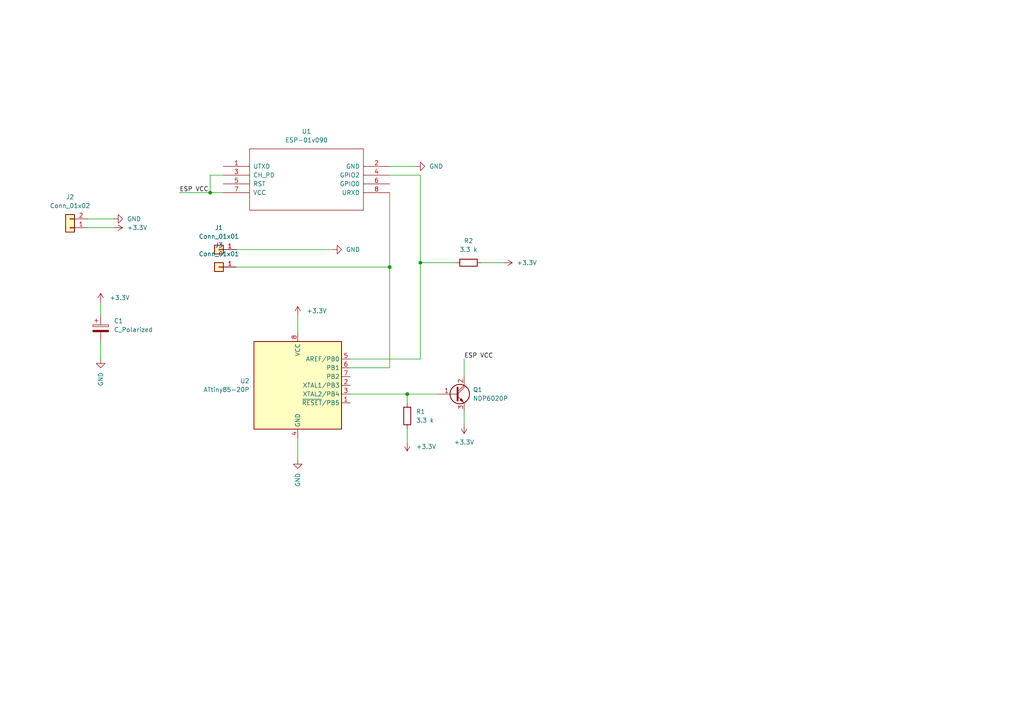
<source format=kicad_sch>
(kicad_sch (version 20211123) (generator eeschema)
  (paper "A4")
  (lib_symbols
    (symbol "Connector_Generic:Conn_01x01" (pin_names (offset 1.016) hide)
      (property "Reference" "J" (at 0 2.54 0))
      (property "Value" "Conn_01x01" (at 0 -2.54 0))
      (symbol "Conn_01x01_1_1"
        (rectangle (start -1.27 0.127) (end 0 -0.127) (stroke (width 0.1524)))
        (rectangle (start -1.27 1.27) (end 1.27 -1.27) (stroke (width 0.254)) (fill (type background)))
        (pin passive line (at -5.08 0 0) (length 3.81) (name "Pin_1") (number "1"))
      )
    )
    (symbol "Connector_Generic:Conn_01x02" (pin_names (offset 1.016) hide)
      (property "Reference" "J" (at 0 2.54 0))
      (property "Value" "Conn_01x02" (at 0 -5.08 0))
      (symbol "Conn_01x02_1_1"
        (rectangle (start -1.27 -2.413) (end 0 -2.667) (stroke (width 0.1524)))
        (rectangle (start -1.27 0.127) (end 0 -0.127) (stroke (width 0.1524)))
        (rectangle (start -1.27 1.27) (end 1.27 -3.81) (stroke (width 0.254)) (fill (type background)))
        (pin passive line (at -5.08 0 0) (length 3.81) (name "Pin_1") (number "1"))
        (pin passive line (at -5.08 -2.54 0) (length 3.81) (name "Pin_2") (number "2"))
      )
    )
    (symbol "Device:C_Polarized" (pin_numbers hide) (pin_names (offset 0.254))
      (property "Reference" "C" (at 0.635 2.54 0))
      (property "Value" "C_Polarized" (at 0.635 -2.54 0))
      (symbol "C_Polarized_0_1"
        (rectangle (start -2.286 0.508) (end 2.286 1.016))
        (polyline (pts (xy -1.778 2.286) (xy -0.762 2.286)))
        (polyline (pts (xy -1.27 2.794) (xy -1.27 1.778)))
        (rectangle (start 2.286 -0.508) (end -2.286 -1.016) (fill (type outline)))
      )
      (symbol "C_Polarized_1_1"
        (pin passive line (at 0 3.81 270) (length 2.794) (name "~") (number "1"))
        (pin passive line (at 0 -3.81 90) (length 2.794) (name "~") (number "2"))
      )
    )
    (symbol "Device:R" (pin_numbers hide) (pin_names (offset 0))
      (property "Reference" "R" (at 2.032 0 90))
      (property "Value" "R" (at 0 0 90))
      (symbol "R_0_1"
        (rectangle (start -1.016 -2.54) (end 1.016 2.54) (stroke (width 0.254)))
      )
      (symbol "R_1_1"
        (pin passive line (at 0 3.81 270) (length 1.27) (name "~") (number "1"))
        (pin passive line (at 0 -3.81 90) (length 1.27) (name "~") (number "2"))
      )
    )
    (symbol "ESP:ESP-01v090" (pin_names (offset 1.016))
      (property "Reference" "U" (at 0 -2.54 0))
      (property "Value" "ESP-01v090" (at 0 2.54 0))
      (symbol "ESP-01v090_1_0"
        (rectangle (start -16.51 -8.89) (end 16.51 8.89))
      )
      (symbol "ESP-01v090_1_1"
        (pin output line (at -24.13 3.81 0) (length 7.62) (name "UTXD") (number "1"))
        (pin power_in line (at 24.13 3.81 180) (length 7.62) (name "GND") (number "2"))
        (pin input line (at -24.13 1.27 0) (length 7.62) (name "CH_PD") (number "3"))
        (pin tri_state line (at 24.13 1.27 180) (length 7.62) (name "GPIO2") (number "4"))
        (pin input line (at -24.13 -1.27 0) (length 7.62) (name "RST") (number "5"))
        (pin tri_state line (at 24.13 -1.27 180) (length 7.62) (name "GPIO0") (number "6"))
        (pin power_in line (at -24.13 -3.81 0) (length 7.62) (name "VCC") (number "7"))
        (pin input line (at 24.13 -3.81 180) (length 7.62) (name "URXD") (number "8"))
      )
    )
    (symbol "MCU_Microchip_ATtiny:ATtiny85-20P"
      (property "Reference" "U" (at -12.7 13.97 0))
      (property "Value" "ATtiny85-20P" (at 2.54 -13.97 0))
      (symbol "ATtiny85-20P_0_1"
        (rectangle (start -12.7 -12.7) (end 12.7 12.7) (stroke (width 0.254)) (fill (type background)))
      )
      (symbol "ATtiny85-20P_1_1"
        (pin bidirectional line (at 15.24 -5.08 180) (length 2.54) (name "~{RESET}/PB5") (number "1"))
        (pin bidirectional line (at 15.24 0 180) (length 2.54) (name "XTAL1/PB3") (number "2"))
        (pin bidirectional line (at 15.24 -2.54 180) (length 2.54) (name "XTAL2/PB4") (number "3"))
        (pin power_in line (at 0 -15.24 90) (length 2.54) (name "GND") (number "4"))
        (pin bidirectional line (at 15.24 7.62 180) (length 2.54) (name "AREF/PB0") (number "5"))
        (pin bidirectional line (at 15.24 5.08 180) (length 2.54) (name "PB1") (number "6"))
        (pin bidirectional line (at 15.24 2.54 180) (length 2.54) (name "PB2") (number "7"))
        (pin power_in line (at 0 15.24 270) (length 2.54) (name "VCC") (number "8"))
      )
    )
    (symbol "Transistor_BJT:BDW93C" (pin_names (offset 0) hide)
      (property "Reference" "Q" (at 5.08 1.905 0))
      (property "Value" "BDW93C" (at 5.08 0 0))
      (symbol "BDW93C_0_1"
        (polyline (pts (xy 0.635 0.635) (xy 2.54 2.54)))
        (polyline (pts (xy 0.635 -0.635) (xy 2.54 -2.54) (xy 2.54 -2.54)))
        (polyline (pts (xy 0.635 0) (xy 2.54 1.905) (xy 2.54 2.54)))
        (polyline (pts (xy 0.635 1.905) (xy 0.635 -1.905) (xy 0.635 -1.905)) (stroke (width 0.508)))
        (polyline (pts (xy 1.27 -1.778) (xy 1.778 -1.27) (xy 2.286 -2.286) (xy 1.27 -1.778) (xy 1.27 -1.778)) (fill (type outline)))
        (circle (center 1.27 0) (radius 2.8194) (stroke (width 0.254)))
      )
      (symbol "BDW93C_1_1"
        (polyline (pts (xy 0 0) (xy 0.508 0)))
        (pin input line (at -5.08 0 0) (length 5.08) (name "B") (number "1"))
        (pin passive line (at 2.54 5.08 270) (length 2.54) (name "C") (number "2"))
        (pin passive line (at 2.54 -5.08 90) (length 2.54) (name "E") (number "3"))
      )
    )
    (symbol "power:+3.3V" (power) (pin_names (offset 0))
      (property "Value" "+3.3V" (at 0 3.556 0))
      (symbol "+3.3V_0_1"
        (polyline (pts (xy -0.762 1.27) (xy 0 2.54)))
        (polyline (pts (xy 0 0) (xy 0 2.54)))
        (polyline (pts (xy 0 2.54) (xy 0.762 1.27)))
      )
      (symbol "+3.3V_1_1"
        (pin power_in line (at 0 0 90) (length 0) hide (name "+3.3V") (number "1"))
      )
    )
    (symbol "power:GND" (power) (pin_names (offset 0))
      (property "Value" "GND" (at 0 -3.81 0))
      (symbol "GND_0_1"
        (polyline (pts (xy 0 0) (xy 0 -1.27) (xy 1.27 -1.27) (xy 0 -2.54) (xy -1.27 -1.27) (xy 0 -1.27)))
      )
      (symbol "GND_1_1"
        (pin power_in line (at 0 0 270) (length 0) hide (name "GND") (number "1"))
      )
    )
  )
  (junction (at 118.11 114.3))
  (junction (at 113.03 77.47))
  (junction (at 60.96 55.88))
  (junction (at 121.92 76.2))
  (wire (pts (xy 113.03 77.47) (xy 113.03 106.68)))
  (wire (pts (xy 113.03 55.88) (xy 113.03 77.47)))
  (wire (pts (xy 118.11 114.3) (xy 118.11 116.84)))
  (wire (pts (xy 86.36 91.44) (xy 86.36 96.52)))
  (wire (pts (xy 25.4 63.5) (xy 33.02 63.5)))
  (wire (pts (xy 121.92 104.14) (xy 101.6 104.14)))
  (wire (pts (xy 134.62 104.14) (xy 134.62 109.22)))
  (wire (pts (xy 60.96 50.8) (xy 60.96 55.88)))
  (wire (pts (xy 118.11 114.3) (xy 127 114.3)))
  (wire (pts (xy 64.77 50.8) (xy 60.96 50.8)))
  (wire (pts (xy 101.6 114.3) (xy 118.11 114.3)))
  (wire (pts (xy 113.03 48.26) (xy 120.65 48.26)))
  (wire (pts (xy 113.03 50.8) (xy 121.92 50.8)))
  (wire (pts (xy 118.11 124.46) (xy 118.11 128.27)))
  (wire (pts (xy 29.21 99.06) (xy 29.21 104.14)))
  (wire (pts (xy 68.58 72.39) (xy 96.52 72.39)))
  (wire (pts (xy 121.92 76.2) (xy 132.08 76.2)))
  (wire (pts (xy 52.07 55.88) (xy 60.96 55.88)))
  (wire (pts (xy 68.58 77.47) (xy 113.03 77.47)))
  (wire (pts (xy 134.62 119.38) (xy 134.62 123.19)))
  (wire (pts (xy 60.96 55.88) (xy 64.77 55.88)))
  (wire (pts (xy 139.7 76.2) (xy 146.05 76.2)))
  (wire (pts (xy 29.21 87.63) (xy 29.21 91.44)))
  (wire (pts (xy 121.92 50.8) (xy 121.92 76.2)))
  (wire (pts (xy 113.03 106.68) (xy 101.6 106.68)))
  (wire (pts (xy 25.4 66.04) (xy 33.02 66.04)))
  (wire (pts (xy 121.92 76.2) (xy 121.92 104.14)))
  (wire (pts (xy 86.36 127) (xy 86.36 133.35)))
  (label "ESP VCC" (at 134.62 104.14 0))
  (label "ESP VCC" (at 52.07 55.88 0))
  (symbol (lib_id "Connector_Generic:Conn_01x01") (at 63.5 77.47 180) (unit 1)
    (property "Reference" "J3" (at 63.5 71.12 0))
    (property "Value" "Conn_01x01" (at 63.5 73.66 0))
    (property "Footprint" "Connector_Wire:SolderWire-0.75sqmm_1x01_D1.25mm_OD2.3mm" (effects hide))
  )
  (symbol (lib_id "MCU_Microchip_ATtiny:ATtiny85-20P") (at 86.36 111.76 0) (unit 1)
    (property "Reference" "U2" (at 72.39 110.4899 0) (effects (justify right)))
    (property "Value" "ATtiny85-20P" (at 72.39 113.0299 0) (effects (justify right)))
    (property "Footprint" "Package_DIP:DIP-8_W7.62mm" (effects hide))
    (property "Datasheet" "http://ww1.microchip.com/downloads/en/DeviceDoc/atmel-2586-avr-8-bit-microcontroller-attiny25-attiny45-attiny85_datasheet.pdf" (effects hide))
  )
  (symbol (lib_id "Connector_Generic:Conn_01x01") (at 63.5 72.39 180) (unit 1)
    (property "Reference" "J1" (at 63.5 66.04 0))
    (property "Value" "Conn_01x01" (at 63.5 68.58 0))
    (property "Footprint" "Connector_Wire:SolderWire-0.75sqmm_1x01_D1.25mm_OD2.3mm" (effects hide))
  )
  (symbol (lib_id "power:+3.3V") (at 86.36 91.44 0) (unit 1)
    (property "Reference" "#PWR0104" (effects hide))
    (property "Value" "+3.3V" (at 88.9 90.1699 0) (effects (justify left)))
  )
  (symbol (lib_id "Device:C_Polarized") (at 29.21 95.25 0) (unit 1)
    (property "Reference" "C1" (at 33.02 93.0909 0) (effects (justify left)))
    (property "Value" "C_Polarized" (at 33.02 95.6309 0) (effects (justify left)))
    (property "Footprint" "Capacitor_THT:CP_Radial_D6.3mm_P2.50mm" (effects hide))
  )
  (symbol (lib_id "ESP:ESP-01v090") (at 88.9 52.07 0) (unit 1)
    (property "Reference" "U1" (at 88.9 38.1 0))
    (property "Value" "ESP-01v090" (at 88.9 40.64 0))
    (property "Footprint" "ESP:ESP-01" (effects hide))
    (property "Datasheet" "http://l0l.org.uk/2014/12/esp8266-modules-hardware-guide-gotta-catch-em-all/" (effects hide))
  )
  (symbol (lib_id "Device:R") (at 135.89 76.2 270) (unit 1)
    (property "Reference" "R2" (at 135.89 69.85 90))
    (property "Value" "3.3 k" (at 135.89 72.39 90))
    (property "Footprint" "Resistor_THT:R_Axial_DIN0207_L6.3mm_D2.5mm_P7.62mm_Horizontal" (effects hide))
  )
  (symbol (lib_id "power:GND") (at 33.02 63.5 90) (unit 1)
    (property "Reference" "#PWR0111" (effects hide))
    (property "Value" "GND" (at 36.83 63.4999 90) (effects (justify right)))
  )
  (symbol (lib_id "power:GND") (at 120.65 48.26 90) (unit 1)
    (property "Reference" "#PWR0103" (effects hide))
    (property "Value" "GND" (at 124.46 48.2599 90) (effects (justify right)))
  )
  (symbol (lib_id "power:+3.3V") (at 134.62 123.19 180) (unit 1)
    (property "Reference" "#PWR0107" (effects hide))
    (property "Value" "+3.3V" (at 134.62 128.27 0))
  )
  (symbol (lib_id "power:+3.3V") (at 58.42 -11.43 0) (unit 1)
    (property "Reference" "#PWR0101" (effects hide))
    (property "Value" "+3.3V" (at 58.42 -15.24 0))
  )
  (symbol (lib_id "power:+3.3V") (at 33.02 66.04 270) (unit 1)
    (property "Reference" "#PWR0112" (effects hide))
    (property "Value" "+3.3V" (at 36.83 66.0399 90) (effects (justify left)))
  )
  (symbol (lib_id "Connector_Generic:Conn_01x02") (at 20.32 66.04 180) (unit 1)
    (property "Reference" "J2" (at 20.32 57.15 0))
    (property "Value" "Conn_01x02" (at 20.32 59.69 0))
    (property "Footprint" "Connector_Wire:SolderWire-0.75sqmm_1x02_P7mm_D1.25mm_OD3.5mm" (effects hide))
  )
  (symbol (lib_id "Transistor_BJT:BDW93C") (at 132.08 114.3 0) (unit 1)
    (property "Reference" "Q1" (at 137.16 113.0299 0) (effects (justify left)))
    (property "Value" "NDP6020P" (at 137.16 115.5699 0) (effects (justify left)))
    (property "Footprint" "Package_TO_SOT_THT:TO-220-3_Vertical" (effects hide))
    (property "Datasheet" "https://www.onsemi.com/pub/Collateral/BDW93C-D.pdf" (effects hide))
  )
  (symbol (lib_id "power:+3.3V") (at 118.11 128.27 180) (unit 1)
    (property "Reference" "#PWR0102" (effects hide))
    (property "Value" "+3.3V" (at 120.65 129.5399 0) (effects (justify right)))
  )
  (symbol (lib_id "power:GND") (at 29.21 104.14 0) (unit 1)
    (property "Reference" "#PWR0110" (effects hide))
    (property "Value" "GND" (at 29.2101 107.95 90) (effects (justify right)))
  )
  (symbol (lib_id "power:GND") (at 96.52 72.39 90) (unit 1)
    (property "Reference" "#PWR0108" (effects hide))
    (property "Value" "GND" (at 100.33 72.3899 90) (effects (justify right)))
  )
  (symbol (lib_id "power:+3.3V") (at 29.21 87.63 0) (unit 1)
    (property "Reference" "#PWR0109" (effects hide))
    (property "Value" "+3.3V" (at 31.75 86.3599 0) (effects (justify left)))
  )
  (symbol (lib_id "Device:R") (at 118.11 120.65 0) (unit 1)
    (property "Reference" "R1" (at 120.65 119.3799 0) (effects (justify left)))
    (property "Value" "3.3 k" (at 120.65 121.9199 0) (effects (justify left)))
    (property "Footprint" "Resistor_THT:R_Axial_DIN0207_L6.3mm_D2.5mm_P7.62mm_Horizontal" (effects hide))
  )
  (symbol (lib_id "power:+3.3V") (at 146.05 76.2 270) (unit 1)
    (property "Reference" "#PWR0106" (effects hide))
    (property "Value" "+3.3V" (at 149.86 76.1999 90) (effects (justify left)))
  )
  (symbol (lib_id "power:GND") (at 86.36 133.35 0) (unit 1)
    (property "Reference" "#PWR0105" (effects hide))
    (property "Value" "GND" (at 86.3601 137.16 90) (effects (justify right)))
  )
)
</source>
